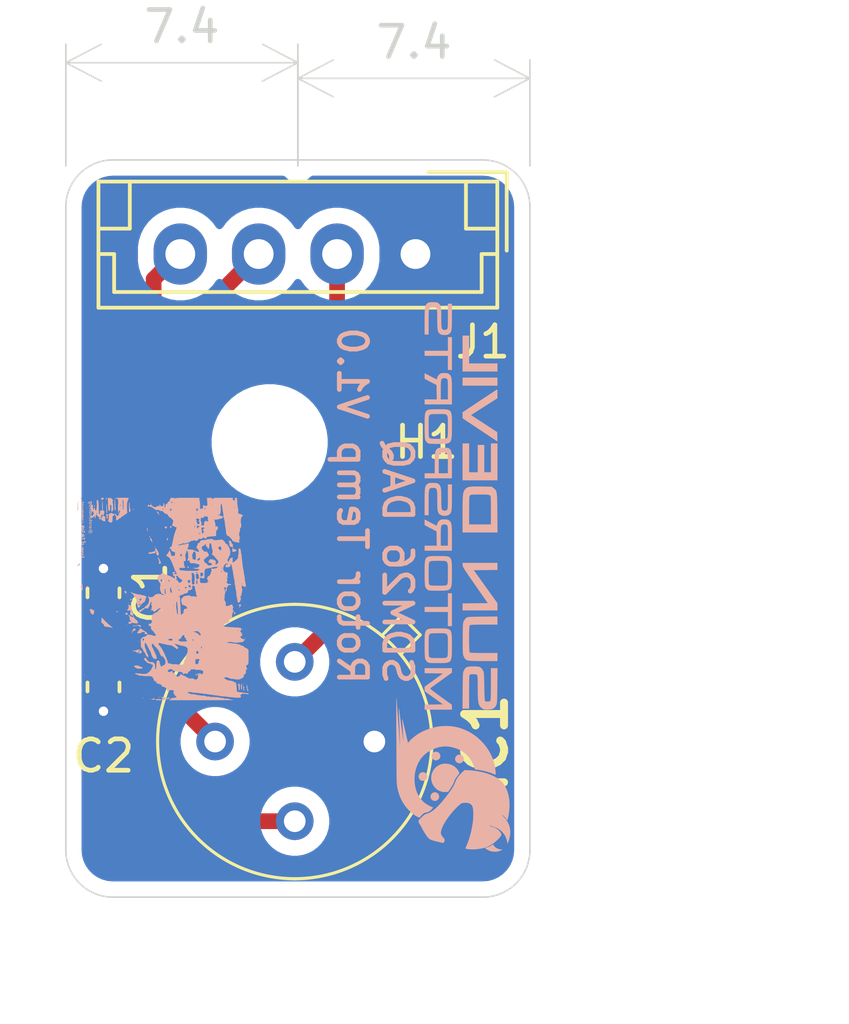
<source format=kicad_pcb>
(kicad_pcb (version 20241229) (generator "pcbnew") (generator_version "9.0")
  (layers (0 "F.Cu" signal) (2 "B.Cu" signal) (13 "F.Paste" user) (15 "B.Paste" user) (5 "F.SilkS" user "F.Silkscreen") (7 "B.SilkS" user "B.Silkscreen") (1 "F.Mask" user) (3 "B.Mask" user) (25 "Edge.Cuts" user))
  (net 0 "")
  (net 1 "VCC")
  (net 2 "GND")
  (net 3 "Net-(IC1-PWM{slash}SDA)")
  (net 4 "Net-(IC1-SCL{slash}VZ)")
  (footprint "Capacitor_SMD:C_0603_1608Metric" (layer "F.Cu") (at 41.9 95.8 90)
    (property "Reference" "C1" (at 0 1.5 270) (layer "F.SilkS"))
    (property "Value" "10uF")
    (pad "1" smd roundrect (at -0.775 0 90) (size 0.9 0.95) (layers "F.Cu" "F.Mask" "F.Paste") (net 1 "VCC"))
    (pad "2" smd roundrect (at 0.775 0 90) (size 0.9 0.95) (layers "F.Cu" "F.Mask" "F.Paste") (net 2 "GND"))
  )
  (footprint "SDM_MiscFootprint:MLX90614ESFBAA000SP" (layer "F.Cu") (at 48 98 -90)
    (property "Reference" "IC1" (at 2.6 -6.1 90) (layer "F.SilkS") (effects (font (size 1.27 1.27) (thickness 0.254))))
    (property "Value" "MLX90640ESF-BAB-000-SP" (hide yes))
    (pad "1" thru_hole circle (at 0 0 270) (size 1.2 1.2) (drill 0.69) (layers "*.Cu" "*.Mask") (net 4 "Net-(IC1-SCL{slash}VZ)"))
    (pad "2" thru_hole circle (at 2.54 2.54 270) (size 1.2 1.2) (drill 0.69) (layers "*.Cu" "*.Mask") (net 3 "Net-(IC1-PWM{slash}SDA)"))
    (pad "3" thru_hole circle (at 5.08 0 270) (size 1.2 1.2) (drill 0.69) (layers "*.Cu" "*.Mask") (net 1 "VCC"))
    (pad "4" thru_hole circle (at 2.54 -2.54 270) (size 1.2 1.2) (drill 0.69) (layers "*.Cu" "*.Mask") (net 2 "GND"))
  )
  (footprint "Connector_JST:JST_EH_B4B-EH-A_1x04_P2.50mm_Vertical" (layer "F.Cu") (at 51.85 85 180)
    (property "Reference" "J1" (at -2.15 -2.8 180) (layer "F.SilkS"))
    (property "Value" "Conn_01x04_Socket")
    (pad "1" thru_hole roundrect (at 0 0 180) (size 1.7 1.95) (drill 0.95) (layers "*.Cu" "*.Mask") (roundrect_rratio 0.147059) (net 2 "GND"))
    (pad "2" thru_hole oval (at 2.5 0 180) (size 1.7 1.95) (drill 0.95) (layers "*.Cu" "*.Mask") (net 4 "Net-(IC1-SCL{slash}VZ)"))
    (pad "3" thru_hole oval (at 5 0 180) (size 1.7 1.95) (drill 0.95) (layers "*.Cu" "*.Mask") (net 3 "Net-(IC1-PWM{slash}SDA)"))
    (pad "4" thru_hole oval (at 7.5 0 180) (size 1.7 1.95) (drill 0.95) (layers "*.Cu" "*.Mask") (net 1 "VCC"))
  )
  (footprint "MountingHole:MountingHole_3.2mm_M3" (layer "F.Cu") (at 47.2 91)
    (property "Reference" "H1" (at 5 0 0) (layer "F.SilkS"))
    (property "Value" "M3")
    (pad "" np_thru_hole circle (at 0 0) (size 3.2 3.2) (drill 3.2) (layers "*.Cu" "*.Mask"))
  )
  (footprint "Capacitor_SMD:C_0603_1608Metric" (layer "F.Cu") (at 41.9 98.8 -90)
    (property "Reference" "C2" (at 2.2 0 180) (layer "F.SilkS"))
    (property "Value" "100nF")
    (pad "1" smd roundrect (at -0.775 0 270) (size 0.9 0.95) (layers "F.Cu" "F.Mask" "F.Paste") (net 1 "VCC"))
    (pad "2" smd roundrect (at 0.775 0 270) (size 0.9 0.95) (layers "F.Cu" "F.Mask" "F.Paste") (net 2 "GND"))
  )
  (footprint "Library:wheelyboi" (layer "B.Cu") (at 52.902647 101.748225 90)
    (property "Reference" "G***" (hide yes))
    (property "Value" "LOGO" (hide yes))
  )
  (footprint "LOGO" (layer "B.Cu") (at 43.8 96 90)
    (property "Reference" "G***" (hide yes))
    (property "Value" "LOGO" (hide yes))
  )
  (footprint "Library:sdmlogo" (layer "B.Cu") (at 53.4 95.748225 90)
    (property "Reference" "G***" (hide yes))
    (property "Value" "LOGO" (hide yes))
  )
  (gr_line (start 42.2 82) (end 54 82) (stroke (width 0.05)) (layer "Edge.Cuts"))
  (gr_arc (start 40.7 83.5) (mid 41.13934 82.43934) (end 42.2 82) (stroke (width 0.05)) (layer "Edge.Cuts"))
  (gr_line (start 40.7 104) (end 40.7 83.5) (stroke (width 0.05)) (layer "Edge.Cuts"))
  (gr_arc (start 55.5 104) (mid 55.06066 105.06066) (end 54 105.5) (stroke (width 0.05)) (layer "Edge.Cuts"))
  (gr_line (start 42.2 105.5) (end 54 105.5) (stroke (width 0.05)) (layer "Edge.Cuts"))
  (gr_arc (start 54 82) (mid 55.06066 82.43934) (end 55.5 83.5) (stroke (width 0.05)) (layer "Edge.Cuts"))
  (gr_arc (start 42.2 105.5) (mid 41.13934 105.06066) (end 40.7 104) (stroke (width 0.05)) (layer "Edge.Cuts"))
  (gr_line (start 55.5 104) (end 55.5 83.5) (stroke (width 0.05)) (layer "Edge.Cuts"))
  (gr_text "SDM26 DAQ\nRotor Temp V1.0" (at 49.302647 98.8 270) (layer "B.SilkS") (effects (font (size 0.9 0.9)) (justify left bottom mirror)))
  (dimension (type orthogonal) (layer "Edge.Cuts") (pts (xy 48.1 82.69) (xy 55.5 82.69)) (height -3.29) (orientation 0) (format (prefix "") (suffix "") (units 3) (units_format 0) (precision 4) (suppress_zeroes yes)) (style (thickness 0.05) (arrow_length 1.27) (text_position_mode 0) (arrow_direction outward) (extension_height 0.58642) (extension_offset 0.5) (keep_text_aligned yes)) (gr_text "7.4" (at 51.8 78.25 0) (layer "Edge.Cuts") (effects (font (size 1 1) (thickness 0.15)))))
  (dimension (type orthogonal) (layer "Edge.Cuts") (pts (xy 48.1 82.69) (xy 40.7 82.69)) (height -3.79) (orientation 0) (format (prefix "") (suffix "") (units 3) (units_format 0) (precision 4) (suppress_zeroes yes)) (style (thickness 0.05) (arrow_length 1.27) (text_position_mode 0) (arrow_direction outward) (extension_height 0.58642) (extension_offset 0.5) (keep_text_aligned yes)) (gr_text "7.4" (at 44.4 77.75 0) (layer "Edge.Cuts") (effects (font (size 1 1) (thickness 0.15)))))
  (segment (start 43.5 95.215) (end 43.5 101.8) (width 0.5) (layer "F.Cu") (net 1))
  (segment (start 43.5 85.8) (end 44.3 85) (width 0.5) (layer "F.Cu") (net 1))
  (segment (start 43.5 101.8) (end 44.78 103.08) (width 0.5) (layer "F.Cu") (net 1))
  (segment (start 41.9 98.025) (end 41.9 96.575) (width 0.5) (layer "F.Cu") (net 1))
  (segment (start 41.9 98.025) (end 41.9 96.815) (width 0.5) (layer "F.Cu") (net 1))
  (segment (start 44.3 85) (end 44.35 85) (width 0.5) (layer "F.Cu") (net 1))
  (segment (start 44.78 103.08) (end 48 103.08) (width 0.5) (layer "F.Cu") (net 1))
  (segment (start 41.9 96.815) (end 43.5 95.215) (width 0.5) (layer "F.Cu") (net 1))
  (segment (start 43.5 95.215) (end 43.5 85.8) (width 0.5) (layer "F.Cu") (net 1))
  (via (at 41.9 95.025) (size 0.6) (drill 0.3) (layers "F.Cu" "B.Cu") (net 2))
  (via (at 41.9 99.575) (size 0.6) (drill 0.3) (layers "F.Cu" "B.Cu") (net 2))
  (segment (start 44.5 99.58) (end 45.46 100.54) (width 0.5) (layer "F.Cu") (net 3))
  (segment (start 44.5 87.35) (end 44.5 99.58) (width 0.5) (layer "F.Cu") (net 3))
  (segment (start 46.85 85) (end 44.5 87.35) (width 0.5) (layer "F.Cu") (net 3))
  (segment (start 48 98) (end 50.8 95.2) (width 0.5) (layer "F.Cu") (net 4))
  (segment (start 50.8 95.2) (end 50.8 88) (width 0.5) (layer "F.Cu") (net 4))
  (segment (start 49.35 86.55) (end 49.35 85) (width 0.5) (layer "F.Cu") (net 4))
  (segment (start 50.8 88) (end 49.35 86.55) (width 0.5) (layer "F.Cu") (net 4))
  (zone (net 2) (net_name "GND") (layer "B.Cu") (connect_pads yes (clearance 0.5)) (min_thickness 0.25) (fill yes (thermal_gap 0.5) (thermal_bridge_width 0.5))
    (polygon (pts (xy 39 81.3) (xy 65.08206 80.84771) (xy 65.686277 109.548012) (xy 38.6 109.4)))
  )
)
</source>
